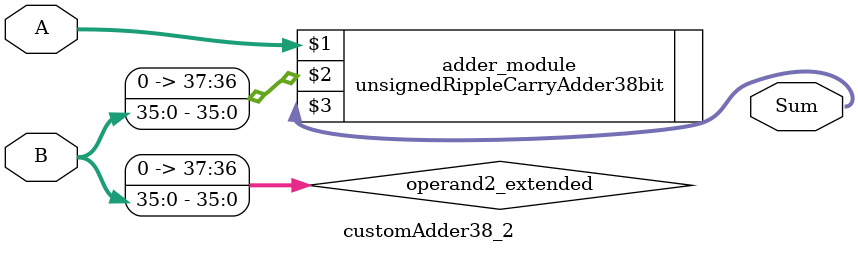
<source format=v>
module customAdder38_2(
                        input [37 : 0] A,
                        input [35 : 0] B,
                        
                        output [38 : 0] Sum
                );

        wire [37 : 0] operand2_extended;
        
        assign operand2_extended =  {2'b0, B};
        
        unsignedRippleCarryAdder38bit adder_module(
            A,
            operand2_extended,
            Sum
        );
        
        endmodule
        
</source>
